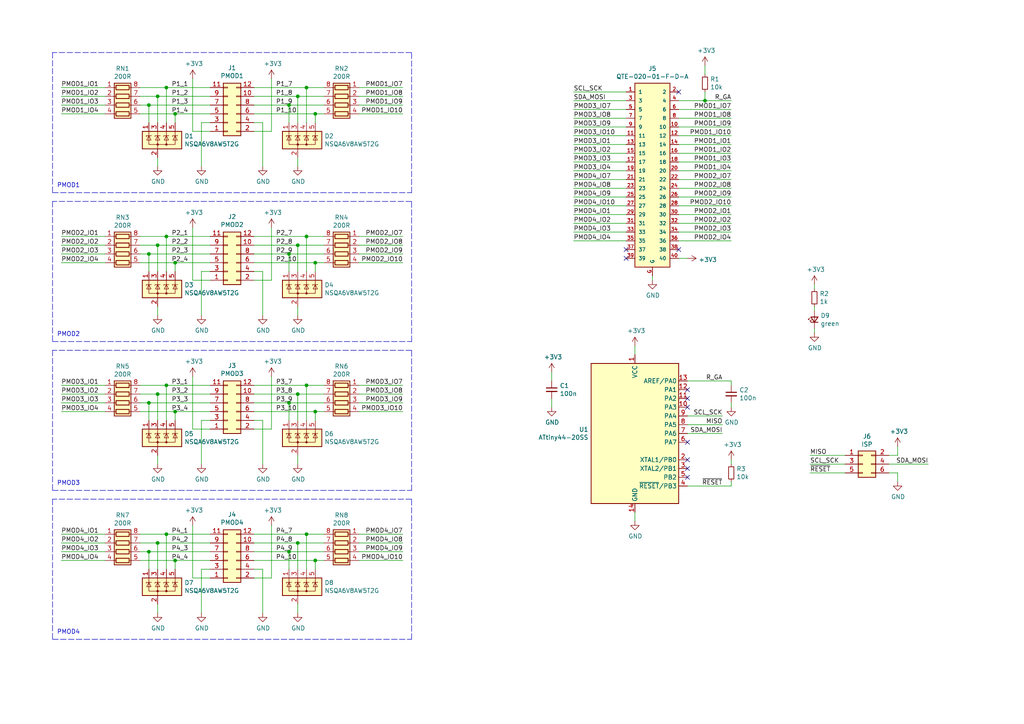
<source format=kicad_sch>
(kicad_sch (version 20211123) (generator eeschema)
  (paper "A4")
  (title_block (title "SYZYGY-PMOD4") (date "2021-01-17") (rev "1") (comment 1 "License: CC-BY-SA 4.0") (comment 2 "Author: Tobias Müller, twam.info"))
  (lib_symbols
    (symbol "Connector_Generic:Conn_02x03_Odd_Even" (pin_names (offset 1.016) hide)
      (property "Reference" "J" (at 1.27 5.08 0))
      (property "Value" "Conn_02x03_Odd_Even" (at 1.27 -5.08 0))
      (symbol "Conn_02x03_Odd_Even_1_1"
        (rectangle (start -1.27 -2.413) (end 0 -2.667) (stroke (width 0.1524)))
        (rectangle (start -1.27 0.127) (end 0 -0.127) (stroke (width 0.1524)))
        (rectangle (start -1.27 2.667) (end 0 2.413) (stroke (width 0.1524)))
        (rectangle (start -1.27 3.81) (end 3.81 -3.81) (stroke (width 0.254)) (fill (type background)))
        (rectangle (start 3.81 -2.413) (end 2.54 -2.667) (stroke (width 0.1524)))
        (rectangle (start 3.81 0.127) (end 2.54 -0.127) (stroke (width 0.1524)))
        (rectangle (start 3.81 2.667) (end 2.54 2.413) (stroke (width 0.1524)))
        (pin passive line (at -5.08 2.54 0) (length 3.81) (name "Pin_1") (number "1"))
        (pin passive line (at 7.62 2.54 180) (length 3.81) (name "Pin_2") (number "2"))
        (pin passive line (at -5.08 0 0) (length 3.81) (name "Pin_3") (number "3"))
        (pin passive line (at 7.62 0 180) (length 3.81) (name "Pin_4") (number "4"))
        (pin passive line (at -5.08 -2.54 0) (length 3.81) (name "Pin_5") (number "5"))
        (pin passive line (at 7.62 -2.54 180) (length 3.81) (name "Pin_6") (number "6"))
      )
    )
    (symbol "Connector_Generic:Conn_02x06_Odd_Even" (pin_names (offset 1.016) hide)
      (property "Reference" "J" (at 1.27 7.62 0))
      (property "Value" "Conn_02x06_Odd_Even" (at 1.27 -10.16 0))
      (symbol "Conn_02x06_Odd_Even_1_1"
        (rectangle (start -1.27 -7.493) (end 0 -7.747) (stroke (width 0.1524)))
        (rectangle (start -1.27 -4.953) (end 0 -5.207) (stroke (width 0.1524)))
        (rectangle (start -1.27 -2.413) (end 0 -2.667) (stroke (width 0.1524)))
        (rectangle (start -1.27 0.127) (end 0 -0.127) (stroke (width 0.1524)))
        (rectangle (start -1.27 2.667) (end 0 2.413) (stroke (width 0.1524)))
        (rectangle (start -1.27 5.207) (end 0 4.953) (stroke (width 0.1524)))
        (rectangle (start -1.27 6.35) (end 3.81 -8.89) (stroke (width 0.254)) (fill (type background)))
        (rectangle (start 3.81 -7.493) (end 2.54 -7.747) (stroke (width 0.1524)))
        (rectangle (start 3.81 -4.953) (end 2.54 -5.207) (stroke (width 0.1524)))
        (rectangle (start 3.81 -2.413) (end 2.54 -2.667) (stroke (width 0.1524)))
        (rectangle (start 3.81 0.127) (end 2.54 -0.127) (stroke (width 0.1524)))
        (rectangle (start 3.81 2.667) (end 2.54 2.413) (stroke (width 0.1524)))
        (rectangle (start 3.81 5.207) (end 2.54 4.953) (stroke (width 0.1524)))
        (pin passive line (at -5.08 5.08 0) (length 3.81) (name "Pin_1") (number "1"))
        (pin passive line (at 7.62 -5.08 180) (length 3.81) (name "Pin_10") (number "10"))
        (pin passive line (at -5.08 -7.62 0) (length 3.81) (name "Pin_11") (number "11"))
        (pin passive line (at 7.62 -7.62 180) (length 3.81) (name "Pin_12") (number "12"))
        (pin passive line (at 7.62 5.08 180) (length 3.81) (name "Pin_2") (number "2"))
        (pin passive line (at -5.08 2.54 0) (length 3.81) (name "Pin_3") (number "3"))
        (pin passive line (at 7.62 2.54 180) (length 3.81) (name "Pin_4") (number "4"))
        (pin passive line (at -5.08 0 0) (length 3.81) (name "Pin_5") (number "5"))
        (pin passive line (at 7.62 0 180) (length 3.81) (name "Pin_6") (number "6"))
        (pin passive line (at -5.08 -2.54 0) (length 3.81) (name "Pin_7") (number "7"))
        (pin passive line (at 7.62 -2.54 180) (length 3.81) (name "Pin_8") (number "8"))
        (pin passive line (at -5.08 -5.08 0) (length 3.81) (name "Pin_9") (number "9"))
      )
    )
    (symbol "Device:C_Small" (pin_numbers hide) (pin_names (offset 0.254) hide)
      (property "Reference" "C" (at 0.254 1.778 0))
      (property "Value" "C_Small" (at 0.254 -2.032 0))
      (symbol "C_Small_0_1"
        (polyline (pts (xy -1.524 -0.508) (xy 1.524 -0.508)) (stroke (width 0.3302)))
        (polyline (pts (xy -1.524 0.508) (xy 1.524 0.508)) (stroke (width 0.3048)))
      )
      (symbol "C_Small_1_1"
        (pin passive line (at 0 2.54 270) (length 2.032) (name "~") (number "1"))
        (pin passive line (at 0 -2.54 90) (length 2.032) (name "~") (number "2"))
      )
    )
    (symbol "Device:LED_Small" (pin_numbers hide) (pin_names (offset 0.254) hide)
      (property "Reference" "D" (at -1.27 3.175 0))
      (property "Value" "LED_Small" (at -4.445 -2.54 0))
      (symbol "LED_Small_0_1"
        (polyline (pts (xy -0.762 -1.016) (xy -0.762 1.016)) (stroke (width 0.254)))
        (polyline (pts (xy 1.016 0) (xy -0.762 0)))
        (polyline (pts (xy 0.762 -1.016) (xy -0.762 0) (xy 0.762 1.016) (xy 0.762 -1.016)) (stroke (width 0.254)))
        (polyline (pts (xy 0 0.762) (xy -0.508 1.27) (xy -0.254 1.27) (xy -0.508 1.27) (xy -0.508 1.016)))
        (polyline (pts (xy 0.508 1.27) (xy 0 1.778) (xy 0.254 1.778) (xy 0 1.778) (xy 0 1.524)))
      )
      (symbol "LED_Small_1_1"
        (pin passive line (at -2.54 0 0) (length 1.778) (name "K") (number "1"))
        (pin passive line (at 2.54 0 180) (length 1.778) (name "A") (number "2"))
      )
    )
    (symbol "Device:R_Pack04" (pin_names (offset 0) hide)
      (property "Reference" "RN" (at -7.62 0 90))
      (property "Value" "R_Pack04" (at 5.08 0 90))
      (symbol "R_Pack04_0_1"
        (rectangle (start -6.35 -2.413) (end 3.81 2.413) (stroke (width 0.254)) (fill (type background)))
        (rectangle (start -5.715 1.905) (end -4.445 -1.905) (stroke (width 0.254)))
        (rectangle (start -3.175 1.905) (end -1.905 -1.905) (stroke (width 0.254)))
        (rectangle (start -0.635 1.905) (end 0.635 -1.905) (stroke (width 0.254)))
        (polyline (pts (xy -5.08 -2.54) (xy -5.08 -1.905)))
        (polyline (pts (xy -5.08 1.905) (xy -5.08 2.54)))
        (polyline (pts (xy -2.54 -2.54) (xy -2.54 -1.905)))
        (polyline (pts (xy -2.54 1.905) (xy -2.54 2.54)))
        (polyline (pts (xy 0 -2.54) (xy 0 -1.905)))
        (polyline (pts (xy 0 1.905) (xy 0 2.54)))
        (polyline (pts (xy 2.54 -2.54) (xy 2.54 -1.905)))
        (polyline (pts (xy 2.54 1.905) (xy 2.54 2.54)))
        (rectangle (start 1.905 1.905) (end 3.175 -1.905) (stroke (width 0.254)))
      )
      (symbol "R_Pack04_1_1"
        (pin passive line (at -5.08 -5.08 90) (length 2.54) (name "R1.1") (number "1"))
        (pin passive line (at -2.54 -5.08 90) (length 2.54) (name "R2.1") (number "2"))
        (pin passive line (at 0 -5.08 90) (length 2.54) (name "R3.1") (number "3"))
        (pin passive line (at 2.54 -5.08 90) (length 2.54) (name "R4.1") (number "4"))
        (pin passive line (at 2.54 5.08 270) (length 2.54) (name "R4.2") (number "5"))
        (pin passive line (at 0 5.08 270) (length 2.54) (name "R3.2") (number "6"))
        (pin passive line (at -2.54 5.08 270) (length 2.54) (name "R2.2") (number "7"))
        (pin passive line (at -5.08 5.08 270) (length 2.54) (name "R1.2") (number "8"))
      )
    )
    (symbol "Device:R_Small" (pin_numbers hide) (pin_names (offset 0.254) hide)
      (property "Reference" "R" (at 0.762 0.508 0))
      (property "Value" "R_Small" (at 0.762 -1.016 0))
      (symbol "R_Small_0_1"
        (rectangle (start -0.762 1.778) (end 0.762 -1.778) (stroke (width 0.2032)))
      )
      (symbol "R_Small_1_1"
        (pin passive line (at 0 2.54 270) (length 0.762) (name "~") (number "1"))
        (pin passive line (at 0 -2.54 90) (length 0.762) (name "~") (number "2"))
      )
    )
    (symbol "MCU_Microchip_ATtiny:ATtiny44-20SS"
      (property "Reference" "U" (at -12.7 21.59 0))
      (property "Value" "ATtiny44-20SS" (at 2.54 -21.59 0))
      (symbol "ATtiny44-20SS_0_1"
        (rectangle (start -12.7 -20.32) (end 12.7 20.32) (stroke (width 0.254)) (fill (type background)))
      )
      (symbol "ATtiny44-20SS_1_1"
        (pin power_in line (at 0 22.86 270) (length 2.54) (name "VCC") (number "1"))
        (pin bidirectional line (at 15.24 7.62 180) (length 2.54) (name "PA3") (number "10"))
        (pin bidirectional line (at 15.24 10.16 180) (length 2.54) (name "PA2") (number "11"))
        (pin bidirectional line (at 15.24 12.7 180) (length 2.54) (name "PA1") (number "12"))
        (pin bidirectional line (at 15.24 15.24 180) (length 2.54) (name "AREF/PA0") (number "13"))
        (pin power_in line (at 0 -22.86 90) (length 2.54) (name "GND") (number "14"))
        (pin bidirectional line (at 15.24 -7.62 180) (length 2.54) (name "XTAL1/PB0") (number "2"))
        (pin bidirectional line (at 15.24 -10.16 180) (length 2.54) (name "XTAL2/PB1") (number "3"))
        (pin bidirectional line (at 15.24 -15.24 180) (length 2.54) (name "~{RESET}/PB3") (number "4"))
        (pin bidirectional line (at 15.24 -12.7 180) (length 2.54) (name "PB2") (number "5"))
        (pin bidirectional line (at 15.24 -2.54 180) (length 2.54) (name "PA7") (number "6"))
        (pin bidirectional line (at 15.24 0 180) (length 2.54) (name "PA6") (number "7"))
        (pin bidirectional line (at 15.24 2.54 180) (length 2.54) (name "PA5") (number "8"))
        (pin bidirectional line (at 15.24 5.08 180) (length 2.54) (name "PA4") (number "9"))
      )
    )
    (symbol "Power_Protection:SP0504BAHT" (pin_names hide)
      (property "Reference" "D" (at 7.62 2.54 0))
      (property "Value" "SP0504BAHT" (at 7.62 0.635 0))
      (symbol "SP0504BAHT_0_0"
        (pin passive line (at 0 -5.08 90) (length 2.54) (name "A") (number "2"))
      )
      (symbol "SP0504BAHT_0_1"
        (rectangle (start -4.445 2.54) (end 6.985 -2.54) (stroke (width 0.254)) (fill (type background)))
        (circle (center 0 -1.27) (radius 0.254) (fill (type outline)))
        (polyline (pts (xy -2.54 2.54) (xy -2.54 1.27)))
        (polyline (pts (xy 0 -1.27) (xy 0 -2.54)))
        (polyline (pts (xy 0 -1.27) (xy 0 1.27)))
        (polyline (pts (xy 0 2.54) (xy 0 1.27)))
        (polyline (pts (xy 2.54 2.54) (xy 2.54 1.27)))
        (polyline (pts (xy 5.08 2.54) (xy 5.08 1.27)))
        (polyline (pts (xy -3.302 1.016) (xy -3.302 1.27) (xy -1.778 1.27)))
        (polyline (pts (xy 0.762 1.27) (xy -0.762 1.27) (xy -0.762 1.016)))
        (polyline (pts (xy 5.08 1.27) (xy 5.08 -1.27) (xy 2.54 -1.27)))
        (polyline (pts (xy -2.54 1.27) (xy -2.54 -1.27) (xy 2.54 -1.27) (xy 2.54 1.27)))
        (polyline (pts (xy -2.54 1.27) (xy -1.905 0) (xy -3.175 0) (xy -2.54 1.27)))
        (polyline (pts (xy 0.635 0) (xy -0.635 0) (xy 0 1.27) (xy 0.635 0)))
        (polyline (pts (xy 1.778 1.016) (xy 1.778 1.27) (xy 3.175 1.27) (xy 3.302 1.27)))
        (polyline (pts (xy 2.54 1.27) (xy 1.905 0) (xy 3.175 0) (xy 2.54 1.27)))
        (polyline (pts (xy 4.318 1.016) (xy 4.318 1.27) (xy 5.715 1.27) (xy 5.842 1.27)))
        (polyline (pts (xy 5.08 1.27) (xy 4.445 0) (xy 5.715 0) (xy 5.08 1.27)))
        (circle (center 2.54 -1.27) (radius 0.254) (fill (type outline)))
      )
      (symbol "SP0504BAHT_1_1"
        (pin passive line (at -2.54 5.08 270) (length 2.54) (name "K") (number "1"))
        (pin passive line (at 0 5.08 270) (length 2.54) (name "K") (number "3"))
        (pin passive line (at 2.54 5.08 270) (length 2.54) (name "K") (number "4"))
        (pin passive line (at 5.08 5.08 270) (length 2.54) (name "K") (number "5"))
      )
    )
    (symbol "power:+3V3" (power) (pin_names (offset 0))
      (property "Value" "+3V3" (at 0 3.556 0))
      (symbol "+3V3_0_1"
        (polyline (pts (xy -0.762 1.27) (xy 0 2.54)))
        (polyline (pts (xy 0 0) (xy 0 2.54)))
        (polyline (pts (xy 0 2.54) (xy 0.762 1.27)))
      )
      (symbol "+3V3_1_1"
        (pin power_in line (at 0 0 90) (length 0) hide (name "+3V3") (number "1"))
      )
    )
    (symbol "power:GND" (power) (pin_names (offset 0))
      (property "Value" "GND" (at 0 -3.81 0))
      (symbol "GND_0_1"
        (polyline (pts (xy 0 0) (xy 0 -1.27) (xy 1.27 -1.27) (xy 0 -2.54) (xy -1.27 -1.27) (xy 0 -1.27)))
      )
      (symbol "GND_1_1"
        (pin power_in line (at 0 0 270) (length 0) hide (name "GND") (number "1"))
      )
    )
    (symbol "twam-Misc:QTE-020-01-F-D-A" (pin_names (offset 1.016))
      (property "Reference" "J" (at -5.08 27.432 0))
      (property "Value" "twam-Misc_QTE-020-01-F-D-A" (at 2.54 -30.48 0))
      (symbol "QTE-020-01-F-D-A_0_0"
        (pin unspecified line (at -7.62 24.13 0) (length 2.54) (name "1") (number "1"))
        (pin unspecified line (at 7.62 13.97 180) (length 2.54) (name "10") (number "10"))
        (pin unspecified line (at -7.62 11.43 0) (length 2.54) (name "11") (number "11"))
        (pin unspecified line (at 7.62 11.43 180) (length 2.54) (name "12") (number "12"))
        (pin unspecified line (at -7.62 8.89 0) (length 2.54) (name "13") (number "13"))
        (pin unspecified line (at 7.62 8.89 180) (length 2.54) (name "14") (number "14"))
        (pin unspecified line (at -7.62 6.35 0) (length 2.54) (name "15") (number "15"))
        (pin unspecified line (at 7.62 6.35 180) (length 2.54) (name "16") (number "16"))
        (pin unspecified line (at -7.62 3.81 0) (length 2.54) (name "17") (number "17"))
        (pin unspecified line (at 7.62 3.81 180) (length 2.54) (name "18") (number "18"))
        (pin unspecified line (at -7.62 1.27 0) (length 2.54) (name "19") (number "19"))
        (pin unspecified line (at 7.62 24.13 180) (length 2.54) (name "2") (number "2"))
        (pin unspecified line (at 7.62 1.27 180) (length 2.54) (name "20") (number "20"))
        (pin unspecified line (at -7.62 -1.27 0) (length 2.54) (name "21") (number "21"))
        (pin unspecified line (at 7.62 -1.27 180) (length 2.54) (name "22") (number "22"))
        (pin unspecified line (at -7.62 -3.81 0) (length 2.54) (name "23") (number "23"))
        (pin unspecified line (at 7.62 -3.81 180) (length 2.54) (name "24") (number "24"))
        (pin unspecified line (at -7.62 -6.35 0) (length 2.54) (name "25") (number "25"))
        (pin unspecified line (at 7.62 -6.35 180) (length 2.54) (name "26") (number "26"))
        (pin unspecified line (at -7.62 -8.89 0) (length 2.54) (name "27") (number "27"))
        (pin unspecified line (at 7.62 -8.89 180) (length 2.54) (name "28") (number "28"))
        (pin unspecified line (at -7.62 -11.43 0) (length 2.54) (name "29") (number "29"))
        (pin unspecified line (at -7.62 21.59 0) (length 2.54) (name "3") (number "3"))
        (pin unspecified line (at 7.62 -11.43 180) (length 2.54) (name "30") (number "30"))
        (pin unspecified line (at -7.62 -13.97 0) (length 2.54) (name "31") (number "31"))
        (pin unspecified line (at 7.62 -13.97 180) (length 2.54) (name "32") (number "32"))
        (pin unspecified line (at -7.62 -16.51 0) (length 2.54) (name "33") (number "33"))
        (pin unspecified line (at 7.62 -16.51 180) (length 2.54) (name "34") (number "34"))
        (pin unspecified line (at -7.62 -19.05 0) (length 2.54) (name "35") (number "35"))
        (pin unspecified line (at 7.62 -19.05 180) (length 2.54) (name "36") (number "36"))
        (pin unspecified line (at -7.62 -21.59 0) (length 2.54) (name "37") (number "37"))
        (pin unspecified line (at 7.62 -21.59 180) (length 2.54) (name "38") (number "38"))
        (pin unspecified line (at -7.62 -24.13 0) (length 2.54) (name "39") (number "39"))
        (pin unspecified line (at 7.62 21.59 180) (length 2.54) (name "4") (number "4"))
        (pin unspecified line (at 7.62 -24.13 180) (length 2.54) (name "40") (number "40"))
        (pin unspecified line (at -7.62 19.05 0) (length 2.54) (name "5") (number "5"))
        (pin unspecified line (at 7.62 19.05 180) (length 2.54) (name "6") (number "6"))
        (pin unspecified line (at -7.62 16.51 0) (length 2.54) (name "7") (number "7"))
        (pin unspecified line (at 7.62 16.51 180) (length 2.54) (name "8") (number "8"))
        (pin unspecified line (at -7.62 13.97 0) (length 2.54) (name "9") (number "9"))
        (pin unspecified line (at 0 -29.21 90) (length 2.54) (name "G") (number "G"))
      )
      (symbol "QTE-020-01-F-D-A_0_1"
        (rectangle (start -5.08 26.67) (end 5.08 -26.67) (stroke (width 0.254)) (fill (type background)))
      )
    )
  )
  (junction (at 43.18 160.02))
  (junction (at 204.47 29.21))
  (junction (at 45.72 71.12))
  (junction (at 50.8 162.56))
  (junction (at 48.26 25.4))
  (junction (at 86.36 71.12))
  (junction (at 83.82 160.02))
  (junction (at 88.9 25.4))
  (junction (at 88.9 154.94))
  (junction (at 86.36 114.3))
  (junction (at 50.8 33.02))
  (junction (at 86.36 157.48))
  (junction (at 48.26 154.94))
  (junction (at 91.44 119.38))
  (junction (at 45.72 157.48))
  (junction (at 83.82 30.48))
  (junction (at 50.8 76.2))
  (junction (at 91.44 162.56))
  (junction (at 48.26 111.76))
  (junction (at 83.82 116.84))
  (junction (at 91.44 33.02))
  (junction (at 91.44 76.2))
  (junction (at 45.72 27.94))
  (junction (at 88.9 111.76))
  (junction (at 48.26 68.58))
  (junction (at 88.9 68.58))
  (junction (at 45.72 114.3))
  (junction (at 43.18 30.48))
  (junction (at 86.36 27.94))
  (junction (at 43.18 116.84))
  (junction (at 50.8 119.38))
  (junction (at 43.18 73.66))
  (junction (at 83.82 73.66))
  (no_connect (at 181.61 74.93))
  (no_connect (at 199.39 138.43))
  (no_connect (at 199.39 135.89))
  (no_connect (at 199.39 113.03))
  (no_connect (at 199.39 115.57))
  (no_connect (at 181.61 72.39))
  (no_connect (at 196.85 72.39))
  (no_connect (at 199.39 118.11))
  (no_connect (at 199.39 133.35))
  (no_connect (at 199.39 128.27))
  (no_connect (at 196.85 26.67))
  (wire (pts (xy 86.36 134.62) (xy 86.36 132.08)))
  (wire (pts (xy 88.9 111.76) (xy 93.98 111.76)))
  (wire (pts (xy 212.09 39.37) (xy 196.85 39.37)))
  (wire (pts (xy 40.64 116.84) (xy 43.18 116.84)))
  (wire (pts (xy 212.09 62.23) (xy 196.85 62.23)))
  (wire (pts (xy 50.8 119.38) (xy 60.96 119.38)))
  (wire (pts (xy 86.36 48.26) (xy 86.36 45.72)))
  (wire (pts (xy 88.9 25.4) (xy 93.98 25.4)))
  (wire (pts (xy 204.47 26.67) (xy 204.47 29.21)))
  (wire (pts (xy 40.64 119.38) (xy 50.8 119.38)))
  (wire (pts (xy 17.78 71.12) (xy 30.48 71.12)))
  (wire (pts (xy 76.2 121.92) (xy 76.2 134.62)))
  (wire (pts (xy 45.72 71.12) (xy 60.96 71.12)))
  (wire (pts (xy 166.37 34.29) (xy 181.61 34.29)))
  (polyline (pts (xy 15.24 99.06) (xy 119.38 99.06)))
  (wire (pts (xy 73.66 68.58) (xy 88.9 68.58)))
  (wire (pts (xy 60.96 165.1) (xy 58.42 165.1)))
  (wire (pts (xy 257.81 132.08) (xy 260.35 132.08)))
  (wire (pts (xy 91.44 76.2) (xy 93.98 76.2)))
  (wire (pts (xy 181.61 41.91) (xy 166.37 41.91)))
  (wire (pts (xy 73.66 157.48) (xy 86.36 157.48)))
  (wire (pts (xy 45.72 78.74) (xy 45.72 71.12)))
  (wire (pts (xy 73.66 38.1) (xy 78.74 38.1)))
  (wire (pts (xy 196.85 46.99) (xy 212.09 46.99)))
  (polyline (pts (xy 119.38 15.24) (xy 15.24 15.24)))
  (wire (pts (xy 116.84 68.58) (xy 104.14 68.58)))
  (wire (pts (xy 212.09 140.97) (xy 212.09 139.7)))
  (polyline (pts (xy 15.24 58.42) (xy 15.24 99.06)))
  (wire (pts (xy 78.74 38.1) (xy 78.74 22.86)))
  (wire (pts (xy 88.9 68.58) (xy 93.98 68.58)))
  (wire (pts (xy 60.96 121.92) (xy 58.42 121.92)))
  (wire (pts (xy 184.15 151.13) (xy 184.15 148.59)))
  (wire (pts (xy 50.8 76.2) (xy 60.96 76.2)))
  (wire (pts (xy 60.96 81.28) (xy 55.88 81.28)))
  (wire (pts (xy 91.44 162.56) (xy 93.98 162.56)))
  (wire (pts (xy 160.02 118.11) (xy 160.02 115.57)))
  (wire (pts (xy 83.82 165.1) (xy 83.82 160.02)))
  (wire (pts (xy 73.66 78.74) (xy 76.2 78.74)))
  (wire (pts (xy 73.66 76.2) (xy 91.44 76.2)))
  (wire (pts (xy 43.18 35.56) (xy 43.18 30.48)))
  (wire (pts (xy 234.95 134.62) (xy 245.11 134.62)))
  (wire (pts (xy 17.78 25.4) (xy 30.48 25.4)))
  (wire (pts (xy 204.47 29.21) (xy 196.85 29.21)))
  (wire (pts (xy 45.72 27.94) (xy 60.96 27.94)))
  (polyline (pts (xy 119.38 55.88) (xy 119.38 15.24)))
  (wire (pts (xy 83.82 78.74) (xy 83.82 73.66)))
  (polyline (pts (xy 15.24 15.24) (xy 15.24 55.88)))
  (polyline (pts (xy 119.38 99.06) (xy 119.38 58.42)))
  (wire (pts (xy 104.14 160.02) (xy 116.84 160.02)))
  (wire (pts (xy 73.66 27.94) (xy 86.36 27.94)))
  (wire (pts (xy 181.61 36.83) (xy 166.37 36.83)))
  (wire (pts (xy 116.84 111.76) (xy 104.14 111.76)))
  (wire (pts (xy 50.8 33.02) (xy 60.96 33.02)))
  (wire (pts (xy 86.36 78.74) (xy 86.36 71.12)))
  (wire (pts (xy 86.36 177.8) (xy 86.36 175.26)))
  (wire (pts (xy 43.18 73.66) (xy 60.96 73.66)))
  (wire (pts (xy 88.9 165.1) (xy 88.9 154.94)))
  (wire (pts (xy 48.26 78.74) (xy 48.26 68.58)))
  (wire (pts (xy 257.81 137.16) (xy 260.35 137.16)))
  (wire (pts (xy 181.61 26.67) (xy 166.37 26.67)))
  (wire (pts (xy 73.66 165.1) (xy 76.2 165.1)))
  (wire (pts (xy 196.85 59.69) (xy 212.09 59.69)))
  (wire (pts (xy 40.64 30.48) (xy 43.18 30.48)))
  (wire (pts (xy 58.42 121.92) (xy 58.42 134.62)))
  (wire (pts (xy 40.64 33.02) (xy 50.8 33.02)))
  (wire (pts (xy 104.14 162.56) (xy 116.84 162.56)))
  (wire (pts (xy 199.39 125.73) (xy 209.55 125.73)))
  (wire (pts (xy 104.14 157.48) (xy 116.84 157.48)))
  (wire (pts (xy 196.85 41.91) (xy 212.09 41.91)))
  (wire (pts (xy 196.85 64.77) (xy 212.09 64.77)))
  (wire (pts (xy 76.2 78.74) (xy 76.2 91.44)))
  (wire (pts (xy 43.18 116.84) (xy 60.96 116.84)))
  (wire (pts (xy 55.88 81.28) (xy 55.88 66.04)))
  (wire (pts (xy 48.26 35.56) (xy 48.26 25.4)))
  (wire (pts (xy 43.18 165.1) (xy 43.18 160.02)))
  (wire (pts (xy 60.96 78.74) (xy 58.42 78.74)))
  (wire (pts (xy 73.66 154.94) (xy 88.9 154.94)))
  (wire (pts (xy 91.44 35.56) (xy 91.44 33.02)))
  (wire (pts (xy 60.96 35.56) (xy 58.42 35.56)))
  (wire (pts (xy 86.36 35.56) (xy 86.36 27.94)))
  (wire (pts (xy 17.78 157.48) (xy 30.48 157.48)))
  (wire (pts (xy 86.36 157.48) (xy 93.98 157.48)))
  (wire (pts (xy 17.78 68.58) (xy 30.48 68.58)))
  (wire (pts (xy 45.72 157.48) (xy 60.96 157.48)))
  (wire (pts (xy 196.85 54.61) (xy 212.09 54.61)))
  (wire (pts (xy 17.78 119.38) (xy 30.48 119.38)))
  (wire (pts (xy 83.82 73.66) (xy 93.98 73.66)))
  (wire (pts (xy 40.64 76.2) (xy 50.8 76.2)))
  (wire (pts (xy 73.66 119.38) (xy 91.44 119.38)))
  (wire (pts (xy 260.35 137.16) (xy 260.35 139.7)))
  (wire (pts (xy 234.95 132.08) (xy 245.11 132.08)))
  (wire (pts (xy 199.39 110.49) (xy 212.09 110.49)))
  (wire (pts (xy 166.37 54.61) (xy 181.61 54.61)))
  (wire (pts (xy 104.14 116.84) (xy 116.84 116.84)))
  (wire (pts (xy 55.88 124.46) (xy 55.88 109.22)))
  (wire (pts (xy 73.66 73.66) (xy 83.82 73.66)))
  (wire (pts (xy 73.66 35.56) (xy 76.2 35.56)))
  (wire (pts (xy 48.26 111.76) (xy 60.96 111.76)))
  (wire (pts (xy 166.37 64.77) (xy 181.61 64.77)))
  (wire (pts (xy 60.96 38.1) (xy 55.88 38.1)))
  (wire (pts (xy 50.8 162.56) (xy 60.96 162.56)))
  (wire (pts (xy 166.37 69.85) (xy 181.61 69.85)))
  (wire (pts (xy 17.78 111.76) (xy 30.48 111.76)))
  (wire (pts (xy 40.64 111.76) (xy 48.26 111.76)))
  (wire (pts (xy 43.18 78.74) (xy 43.18 73.66)))
  (wire (pts (xy 78.74 124.46) (xy 78.74 109.22)))
  (wire (pts (xy 212.09 67.31) (xy 196.85 67.31)))
  (wire (pts (xy 91.44 121.92) (xy 91.44 119.38)))
  (wire (pts (xy 73.66 160.02) (xy 83.82 160.02)))
  (wire (pts (xy 234.95 137.16) (xy 245.11 137.16)))
  (wire (pts (xy 236.22 82.55) (xy 236.22 83.82)))
  (wire (pts (xy 40.64 114.3) (xy 45.72 114.3)))
  (wire (pts (xy 104.14 73.66) (xy 116.84 73.66)))
  (wire (pts (xy 45.72 114.3) (xy 60.96 114.3)))
  (wire (pts (xy 212.09 34.29) (xy 196.85 34.29)))
  (wire (pts (xy 73.66 111.76) (xy 88.9 111.76)))
  (wire (pts (xy 88.9 121.92) (xy 88.9 111.76)))
  (wire (pts (xy 181.61 46.99) (xy 166.37 46.99)))
  (polyline (pts (xy 15.24 144.78) (xy 15.24 185.42)))
  (wire (pts (xy 91.44 162.56) (xy 91.44 165.1)))
  (wire (pts (xy 166.37 29.21) (xy 181.61 29.21)))
  (wire (pts (xy 212.09 49.53) (xy 196.85 49.53)))
  (wire (pts (xy 40.64 25.4) (xy 48.26 25.4)))
  (wire (pts (xy 40.64 162.56) (xy 50.8 162.56)))
  (wire (pts (xy 73.66 162.56) (xy 91.44 162.56)))
  (wire (pts (xy 50.8 165.1) (xy 50.8 162.56)))
  (polyline (pts (xy 15.24 55.88) (xy 119.38 55.88)))
  (polyline (pts (xy 119.38 58.42) (xy 15.24 58.42)))
  (wire (pts (xy 199.39 123.19) (xy 209.55 123.19)))
  (polyline (pts (xy 15.24 185.42) (xy 119.38 185.42)))
  (wire (pts (xy 43.18 121.92) (xy 43.18 116.84)))
  (wire (pts (xy 181.61 62.23) (xy 166.37 62.23)))
  (wire (pts (xy 17.78 162.56) (xy 30.48 162.56)))
  (wire (pts (xy 212.09 110.49) (xy 212.09 111.76)))
  (polyline (pts (xy 119.38 185.42) (xy 119.38 144.78)))
  (wire (pts (xy 236.22 96.52) (xy 236.22 95.25)))
  (wire (pts (xy 91.44 33.02) (xy 93.98 33.02)))
  (wire (pts (xy 73.66 30.48) (xy 83.82 30.48)))
  (wire (pts (xy 86.36 165.1) (xy 86.36 157.48)))
  (wire (pts (xy 73.66 167.64) (xy 78.74 167.64)))
  (wire (pts (xy 184.15 100.33) (xy 184.15 102.87)))
  (wire (pts (xy 40.64 71.12) (xy 45.72 71.12)))
  (wire (pts (xy 58.42 165.1) (xy 58.42 177.8)))
  (wire (pts (xy 17.78 73.66) (xy 30.48 73.66)))
  (wire (pts (xy 45.72 134.62) (xy 45.72 132.08)))
  (wire (pts (xy 212.09 116.84) (xy 212.09 118.11)))
  (polyline (pts (xy 119.38 101.6) (xy 15.24 101.6)))
  (wire (pts (xy 50.8 121.92) (xy 50.8 119.38)))
  (wire (pts (xy 17.78 154.94) (xy 30.48 154.94)))
  (wire (pts (xy 189.23 81.28) (xy 189.23 80.01)))
  (wire (pts (xy 166.37 59.69) (xy 181.61 59.69)))
  (wire (pts (xy 204.47 19.05) (xy 204.47 21.59)))
  (wire (pts (xy 78.74 167.64) (xy 78.74 152.4)))
  (wire (pts (xy 166.37 39.37) (xy 181.61 39.37)))
  (wire (pts (xy 73.66 81.28) (xy 78.74 81.28)))
  (wire (pts (xy 86.36 91.44) (xy 86.36 88.9)))
  (wire (pts (xy 48.26 154.94) (xy 60.96 154.94)))
  (wire (pts (xy 199.39 140.97) (xy 212.09 140.97)))
  (wire (pts (xy 88.9 78.74) (xy 88.9 68.58)))
  (wire (pts (xy 212.09 44.45) (xy 196.85 44.45)))
  (wire (pts (xy 212.09 29.21) (xy 204.47 29.21)))
  (wire (pts (xy 212.09 31.75) (xy 196.85 31.75)))
  (wire (pts (xy 212.09 133.35) (xy 212.09 134.62)))
  (polyline (pts (xy 15.24 142.24) (xy 119.38 142.24)))
  (wire (pts (xy 60.96 167.64) (xy 55.88 167.64)))
  (wire (pts (xy 83.82 30.48) (xy 93.98 30.48)))
  (wire (pts (xy 60.96 124.46) (xy 55.88 124.46)))
  (polyline (pts (xy 15.24 101.6) (xy 15.24 142.24)))
  (wire (pts (xy 45.72 91.44) (xy 45.72 88.9)))
  (wire (pts (xy 40.64 157.48) (xy 45.72 157.48)))
  (wire (pts (xy 181.61 57.15) (xy 166.37 57.15)))
  (wire (pts (xy 88.9 154.94) (xy 93.98 154.94)))
  (wire (pts (xy 58.42 35.56) (xy 58.42 48.26)))
  (wire (pts (xy 73.66 71.12) (xy 86.36 71.12)))
  (wire (pts (xy 104.14 33.02) (xy 116.84 33.02)))
  (wire (pts (xy 209.55 120.65) (xy 199.39 120.65)))
  (wire (pts (xy 83.82 160.02) (xy 93.98 160.02)))
  (wire (pts (xy 50.8 35.56) (xy 50.8 33.02)))
  (wire (pts (xy 104.14 30.48) (xy 116.84 30.48)))
  (wire (pts (xy 17.78 114.3) (xy 30.48 114.3)))
  (wire (pts (xy 181.61 52.07) (xy 166.37 52.07)))
  (wire (pts (xy 196.85 52.07) (xy 212.09 52.07)))
  (wire (pts (xy 86.36 27.94) (xy 93.98 27.94)))
  (wire (pts (xy 17.78 160.02) (xy 30.48 160.02)))
  (wire (pts (xy 55.88 167.64) (xy 55.88 152.4)))
  (wire (pts (xy 17.78 33.02) (xy 30.48 33.02)))
  (wire (pts (xy 196.85 36.83) (xy 212.09 36.83)))
  (wire (pts (xy 73.66 124.46) (xy 78.74 124.46)))
  (wire (pts (xy 76.2 35.56) (xy 76.2 48.26)))
  (wire (pts (xy 58.42 78.74) (xy 58.42 91.44)))
  (wire (pts (xy 43.18 160.02) (xy 60.96 160.02)))
  (wire (pts (xy 76.2 165.1) (xy 76.2 177.8)))
  (wire (pts (xy 86.36 114.3) (xy 93.98 114.3)))
  (wire (pts (xy 73.66 114.3) (xy 86.36 114.3)))
  (wire (pts (xy 269.24 134.62) (xy 257.81 134.62)))
  (wire (pts (xy 17.78 27.94) (xy 30.48 27.94)))
  (wire (pts (xy 40.64 154.94) (xy 48.26 154.94)))
  (wire (pts (xy 116.84 25.4) (xy 104.14 25.4)))
  (wire (pts (xy 73.66 121.92) (xy 76.2 121.92)))
  (wire (pts (xy 88.9 35.56) (xy 88.9 25.4)))
  (wire (pts (xy 181.61 67.31) (xy 166.37 67.31)))
  (wire (pts (xy 45.72 35.56) (xy 45.72 27.94)))
  (wire (pts (xy 17.78 30.48) (xy 30.48 30.48)))
  (wire (pts (xy 83.82 35.56) (xy 83.82 30.48)))
  (wire (pts (xy 45.72 48.26) (xy 45.72 45.72)))
  (wire (pts (xy 181.61 31.75) (xy 166.37 31.75)))
  (wire (pts (xy 104.14 119.38) (xy 116.84 119.38)))
  (wire (pts (xy 116.84 154.94) (xy 104.14 154.94)))
  (wire (pts (xy 91.44 78.74) (xy 91.44 76.2)))
  (wire (pts (xy 91.44 119.38) (xy 93.98 119.38)))
  (wire (pts (xy 196.85 69.85) (xy 212.09 69.85)))
  (wire (pts (xy 166.37 49.53) (xy 181.61 49.53)))
  (polyline (pts (xy 119.38 144.78) (xy 15.24 144.78)))
  (wire (pts (xy 48.26 25.4) (xy 60.96 25.4)))
  (wire (pts (xy 40.64 27.94) (xy 45.72 27.94)))
  (wire (pts (xy 45.72 121.92) (xy 45.72 114.3)))
  (wire (pts (xy 78.74 81.28) (xy 78.74 66.04)))
  (wire (pts (xy 55.88 38.1) (xy 55.88 22.86)))
  (wire (pts (xy 17.78 76.2) (xy 30.48 76.2)))
  (wire (pts (xy 45.72 177.8) (xy 45.72 175.26)))
  (wire (pts (xy 104.14 71.12) (xy 116.84 71.12)))
  (wire (pts (xy 104.14 114.3) (xy 116.84 114.3)))
  (wire (pts (xy 104.14 76.2) (xy 116.84 76.2)))
  (wire (pts (xy 73.66 116.84) (xy 83.82 116.84)))
  (wire (pts (xy 40.64 68.58) (xy 48.26 68.58)))
  (polyline (pts (xy 119.38 142.24) (xy 119.38 101.6)))
  (wire (pts (xy 199.39 74.93) (xy 196.85 74.93)))
  (wire (pts (xy 86.36 121.92) (xy 86.36 114.3)))
  (wire (pts (xy 104.14 27.94) (xy 116.84 27.94)))
  (wire (pts (xy 212.09 57.15) (xy 196.85 57.15)))
  (wire (pts (xy 73.66 25.4) (xy 88.9 25.4)))
  (wire (pts (xy 160.02 107.95) (xy 160.02 110.49)))
  (wire (pts (xy 83.82 116.84) (xy 93.98 116.84)))
  (wire (pts (xy 83.82 121.92) (xy 83.82 116.84)))
  (wire (pts (xy 260.35 132.08) (xy 260.35 129.54)))
  (wire (pts (xy 50.8 78.74) (xy 50.8 76.2)))
  (wire (pts (xy 48.26 121.92) (xy 48.26 111.76)))
  (wire (pts (xy 40.64 160.02) (xy 43.18 160.02)))
  (wire (pts (xy 48.26 68.58) (xy 60.96 68.58)))
  (wire (pts (xy 45.72 165.1) (xy 45.72 157.48)))
  (wire (pts (xy 43.18 30.48) (xy 60.96 30.48)))
  (wire (pts (xy 17.78 116.84) (xy 30.48 116.84)))
  (wire (pts (xy 48.26 165.1) (xy 48.26 154.94)))
  (wire (pts (xy 40.64 73.66) (xy 43.18 73.66)))
  (wire (pts (xy 86.36 71.12) (xy 93.98 71.12)))
  (wire (pts (xy 73.66 33.02) (xy 91.44 33.02)))
  (wire (pts (xy 236.22 88.9) (xy 236.22 90.17)))
  (wire (pts (xy 166.37 44.45) (xy 181.61 44.45)))
  (text "PMOD3" (at 16.51 140.97 0) (effects (font (size 1.27 1.27)) (justify left bottom)))
  (text "PMOD1" (at 16.51 54.61 0) (effects (font (size 1.27 1.27)) (justify left bottom)))
  (text "PMOD4" (at 16.51 184.15 0) (effects (font (size 1.27 1.27)) (justify left bottom)))
  (text "PMOD2" (at 16.51 97.79 0) (effects (font (size 1.27 1.27)) (justify left bottom)))
  (label "PMOD3_IO10" (at 166.37 39.37 0))
  (label "PMOD3_IO3" (at 166.37 46.99 0))
  (label "P1_10" (at 80.01 33.02 0))
  (label "P3_8" (at 80.01 114.3 0))
  (label "P2_7" (at 80.01 68.58 0))
  (label "PMOD2_IO9" (at 116.84 73.66 180))
  (label "MISO" (at 234.95 132.08 0))
  (label "PMOD3_IO1" (at 17.78 111.76 0))
  (label "P1_3" (at 54.61 30.48 180))
  (label "PMOD4_IO8" (at 166.37 54.61 0))
  (label "PMOD1_IO9" (at 212.09 36.83 180))
  (label "P2_4" (at 54.61 76.2 180))
  (label "PMOD4_IO4" (at 166.37 69.85 0))
  (label "PMOD3_IO4" (at 166.37 49.53 0))
  (label "PMOD4_IO8" (at 116.84 157.48 180))
  (label "R_GA" (at 212.09 29.21 180))
  (label "P2_1" (at 54.61 68.58 180))
  (label "PMOD1_IO7" (at 212.09 31.75 180))
  (label "PMOD4_IO3" (at 166.37 67.31 0))
  (label "PMOD1_IO3" (at 17.78 30.48 0))
  (label "P3_4" (at 54.61 119.38 180))
  (label "P4_8" (at 80.01 157.48 0))
  (label "PMOD3_IO7" (at 166.37 31.75 0))
  (label "PMOD1_IO7" (at 116.84 25.4 180))
  (label "PMOD2_IO10" (at 116.84 76.2 180))
  (label "PMOD1_IO8" (at 212.09 34.29 180))
  (label "PMOD2_IO4" (at 212.09 69.85 180))
  (label "PMOD1_IO8" (at 116.84 27.94 180))
  (label "PMOD2_IO10" (at 212.09 59.69 180))
  (label "PMOD3_IO8" (at 116.84 114.3 180))
  (label "P1_7" (at 80.01 25.4 0))
  (label "PMOD4_IO10" (at 166.37 59.69 0))
  (label "P4_10" (at 80.01 162.56 0))
  (label "PMOD4_IO4" (at 17.78 162.56 0))
  (label "P1_1" (at 54.61 25.4 180))
  (label "P4_1" (at 54.61 154.94 180))
  (label "SDA_MOSI" (at 209.55 125.73 180))
  (label "PMOD4_IO7" (at 116.84 154.94 180))
  (label "~{RESET}" (at 234.95 137.16 0))
  (label "MISO" (at 209.55 123.19 180))
  (label "PMOD3_IO1" (at 166.37 41.91 0))
  (label "PMOD2_IO1" (at 212.09 62.23 180))
  (label "R_GA" (at 209.55 110.49 180))
  (label "PMOD1_IO10" (at 212.09 39.37 180))
  (label "PMOD4_IO3" (at 17.78 160.02 0))
  (label "P3_10" (at 80.01 119.38 0))
  (label "PMOD1_IO1" (at 17.78 25.4 0))
  (label "PMOD2_IO3" (at 212.09 67.31 180))
  (label "~{RESET}" (at 209.55 140.97 180))
  (label "PMOD4_IO7" (at 166.37 52.07 0))
  (label "SDA_MOSI" (at 166.37 29.21 0))
  (label "P2_9" (at 80.01 73.66 0))
  (label "PMOD4_IO10" (at 116.84 162.56 180))
  (label "SCL_SCK" (at 234.95 134.62 0))
  (label "PMOD2_IO9" (at 212.09 57.15 180))
  (label "PMOD2_IO2" (at 212.09 64.77 180))
  (label "PMOD3_IO2" (at 166.37 44.45 0))
  (label "P4_7" (at 80.01 154.94 0))
  (label "P1_8" (at 80.01 27.94 0))
  (label "PMOD4_IO1" (at 17.78 154.94 0))
  (label "P3_1" (at 54.61 111.76 180))
  (label "P4_3" (at 54.61 160.02 180))
  (label "PMOD1_IO3" (at 212.09 46.99 180))
  (label "PMOD4_IO9" (at 166.37 57.15 0))
  (label "P2_8" (at 80.01 71.12 0))
  (label "P2_2" (at 54.61 71.12 180))
  (label "SCL_SCK" (at 166.37 26.67 0))
  (label "P3_3" (at 54.61 116.84 180))
  (label "PMOD3_IO7" (at 116.84 111.76 180))
  (label "P3_9" (at 80.01 116.84 0))
  (label "PMOD3_IO10" (at 116.84 119.38 180))
  (label "P1_9" (at 80.01 30.48 0))
  (label "PMOD2_IO7" (at 116.84 68.58 180))
  (label "PMOD3_IO2" (at 17.78 114.3 0))
  (label "PMOD3_IO9" (at 166.37 36.83 0))
  (label "PMOD2_IO8" (at 212.09 54.61 180))
  (label "PMOD4_IO1" (at 166.37 62.23 0))
  (label "PMOD4_IO2" (at 17.78 157.48 0))
  (label "PMOD4_IO2" (at 166.37 64.77 0))
  (label "PMOD1_IO2" (at 212.09 44.45 180))
  (label "PMOD2_IO8" (at 116.84 71.12 180))
  (label "PMOD1_IO4" (at 17.78 33.02 0))
  (label "PMOD2_IO2" (at 17.78 71.12 0))
  (label "PMOD3_IO9" (at 116.84 116.84 180))
  (label "P3_2" (at 54.61 114.3 180))
  (label "PMOD1_IO4" (at 212.09 49.53 180))
  (label "PMOD1_IO10" (at 116.84 33.02 180))
  (label "PMOD2_IO3" (at 17.78 73.66 0))
  (label "PMOD2_IO7" (at 212.09 52.07 180))
  (label "P4_9" (at 80.01 160.02 0))
  (label "P2_3" (at 54.61 73.66 180))
  (label "P4_4" (at 54.61 162.56 180))
  (label "SDA_MOSI" (at 269.24 134.62 180))
  (label "PMOD1_IO1" (at 212.09 41.91 180))
  (label "P1_2" (at 54.61 27.94 180))
  (label "PMOD4_IO9" (at 116.84 160.02 180))
  (label "PMOD3_IO8" (at 166.37 34.29 0))
  (label "PMOD3_IO3" (at 17.78 116.84 0))
  (label "PMOD1_IO9" (at 116.84 30.48 180))
  (label "PMOD1_IO2" (at 17.78 27.94 0))
  (label "P2_10" (at 80.01 76.2 0))
  (label "SCL_SCK" (at 209.55 120.65 180))
  (label "P4_2" (at 54.61 157.48 180))
  (label "P3_7" (at 80.01 111.76 0))
  (label "PMOD3_IO4" (at 17.78 119.38 0))
  (label "PMOD2_IO1" (at 17.78 68.58 0))
  (label "P1_4" (at 54.61 33.02 180))
  (label "PMOD2_IO4" (at 17.78 76.2 0))
  (symbol (lib_id "power:GND") (at 189.23 81.28 0) (unit 1)
    (property "Reference" "#PWR0101" (effects hide))
    (property "Value" "GND" (at 189.357 85.6742 0))
  )
  (symbol (lib_id "twam-Misc:QTE-020-01-F-D-A") (at 189.23 50.8 0) (unit 1)
    (property "Reference" "J5" (at 189.23 19.8882 0))
    (property "Value" "QTE-020-01-F-D-A" (at 189.23 22.1996 0))
    (property "Footprint" "twam-Misc:QTE-020-01-F-D-A" (effects hide))
  )
  (symbol (lib_id "power:+3V3") (at 199.39 74.93 270) (unit 1)
    (property "Reference" "#PWR0102" (effects hide))
    (property "Value" "+3V3" (at 202.6412 75.311 90) (effects (justify left)))
  )
  (symbol (lib_id "Connector_Generic:Conn_02x06_Odd_Even") (at 66.04 33.02 0) (mirror x) (unit 1)
    (property "Reference" "J1" (at 67.31 19.685 0))
    (property "Value" "PMOD1" (at 67.31 21.9964 0))
    (property "Footprint" "Connector_PinSocket_2.54mm:PinSocket_2x06_P2.54mm_Horizontal" (effects hide))
  )
  (symbol (lib_id "Device:R_Pack04") (at 35.56 30.48 270) (unit 1)
    (property "Reference" "RN1" (at 35.56 19.8882 90))
    (property "Value" "200R" (at 35.56 22.1996 90))
    (property "Footprint" "Resistor_SMD:R_Array_Convex_4x0603" (effects hide))
    (property "LCSC" "C29486" (effects hide))
  )
  (symbol (lib_id "power:GND") (at 58.42 48.26 0) (unit 1)
    (property "Reference" "#PWR0103" (effects hide))
    (property "Value" "GND" (at 58.547 52.6542 0))
  )
  (symbol (lib_id "power:GND") (at 76.2 48.26 0) (unit 1)
    (property "Reference" "#PWR0104" (effects hide))
    (property "Value" "GND" (at 76.327 52.6542 0))
  )
  (symbol (lib_id "power:+3V3") (at 55.88 22.86 0) (unit 1)
    (property "Reference" "#PWR0105" (effects hide))
    (property "Value" "+3V3" (at 56.261 18.4658 0))
  )
  (symbol (lib_id "power:+3V3") (at 78.74 22.86 0) (unit 1)
    (property "Reference" "#PWR0106" (effects hide))
    (property "Value" "+3V3" (at 79.121 18.4658 0))
  )
  (symbol (lib_id "Device:R_Small") (at 204.47 24.13 0) (unit 1)
    (property "Reference" "R1" (at 205.9686 22.9616 0) (effects (justify left)))
    (property "Value" "10k" (at 205.9686 25.273 0) (effects (justify left)))
    (property "Footprint" "Resistor_SMD:R_0603_1608Metric" (effects hide))
    (property "LCSC" "C25804" (effects hide))
  )
  (symbol (lib_id "power:+3V3") (at 204.47 19.05 0) (unit 1)
    (property "Reference" "#PWR0107" (effects hide))
    (property "Value" "+3V3" (at 204.851 14.6558 0))
  )
  (symbol (lib_id "power:GND") (at 184.15 151.13 0) (unit 1)
    (property "Reference" "#PWR0108" (effects hide))
    (property "Value" "GND" (at 184.277 155.5242 0))
  )
  (symbol (lib_id "power:+3V3") (at 184.15 100.33 0) (unit 1)
    (property "Reference" "#PWR0109" (effects hide))
    (property "Value" "+3V3" (at 184.531 95.9358 0))
  )
  (symbol (lib_id "Device:C_Small") (at 212.09 114.3 0) (unit 1)
    (property "Reference" "C2" (at 214.4268 113.1316 0) (effects (justify left)))
    (property "Value" "100n" (at 214.4268 115.443 0) (effects (justify left)))
    (property "Footprint" "Capacitor_SMD:C_0603_1608Metric" (effects hide))
    (property "LCSC" "C14663" (effects hide))
  )
  (symbol (lib_id "Device:R_Small") (at 212.09 137.16 0) (unit 1)
    (property "Reference" "R3" (at 213.5886 135.9916 0) (effects (justify left)))
    (property "Value" "10k" (at 213.5886 138.303 0) (effects (justify left)))
    (property "Footprint" "Resistor_SMD:R_0603_1608Metric" (effects hide))
    (property "LCSC" "C25804" (effects hide))
  )
  (symbol (lib_id "Device:R_Pack04") (at 99.06 30.48 90) (mirror x) (unit 1)
    (property "Reference" "RN2" (at 99.06 19.8882 90))
    (property "Value" "200R" (at 99.06 22.1996 90))
    (property "Footprint" "Resistor_SMD:R_Array_Convex_4x0603" (effects hide))
    (property "LCSC" "C29486" (effects hide))
  )
  (symbol (lib_id "Power_Protection:SP0504BAHT") (at 45.72 40.64 0) (unit 1)
    (property "Reference" "D1" (at 53.467 39.4716 0) (effects (justify left)))
    (property "Value" "NSQA6V8AW5T2G" (at 53.467 41.783 0) (effects (justify left)))
    (property "Footprint" "Package_TO_SOT_SMD:SOT-353_SC-70-5" (effects hide))
    (property "LCSC" "C233419" (effects hide))
  )
  (symbol (lib_id "power:GND") (at 45.72 48.26 0) (unit 1)
    (property "Reference" "#PWR0110" (effects hide))
    (property "Value" "GND" (at 45.847 52.6542 0))
  )
  (symbol (lib_id "Power_Protection:SP0504BAHT") (at 86.36 40.64 0) (unit 1)
    (property "Reference" "D2" (at 94.107 39.4716 0) (effects (justify left)))
    (property "Value" "NSQA6V8AW5T2G" (at 94.107 41.783 0) (effects (justify left)))
    (property "Footprint" "Package_TO_SOT_SMD:SOT-353_SC-70-5" (effects hide))
    (property "LCSC" "C233419" (effects hide))
  )
  (symbol (lib_id "power:GND") (at 86.36 48.26 0) (unit 1)
    (property "Reference" "#PWR0111" (effects hide))
    (property "Value" "GND" (at 86.487 52.6542 0))
  )
  (symbol (lib_id "Connector_Generic:Conn_02x06_Odd_Even") (at 66.04 76.2 0) (mirror x) (unit 1)
    (property "Reference" "J2" (at 67.31 62.865 0))
    (property "Value" "PMOD2" (at 67.31 65.1764 0))
    (property "Footprint" "Connector_PinSocket_2.54mm:PinSocket_2x06_P2.54mm_Horizontal" (effects hide))
  )
  (symbol (lib_id "Device:R_Pack04") (at 35.56 73.66 270) (unit 1)
    (property "Reference" "RN3" (at 35.56 63.0682 90))
    (property "Value" "200R" (at 35.56 65.3796 90))
    (property "Footprint" "Resistor_SMD:R_Array_Convex_4x0603" (effects hide))
    (property "LCSC" "C29486" (effects hide))
  )
  (symbol (lib_id "power:GND") (at 58.42 91.44 0) (unit 1)
    (property "Reference" "#PWR0112" (effects hide))
    (property "Value" "GND" (at 58.547 95.8342 0))
  )
  (symbol (lib_id "power:GND") (at 76.2 91.44 0) (unit 1)
    (property "Reference" "#PWR0113" (effects hide))
    (property "Value" "GND" (at 76.327 95.8342 0))
  )
  (symbol (lib_id "power:+3V3") (at 55.88 66.04 0) (unit 1)
    (property "Reference" "#PWR0114" (effects hide))
    (property "Value" "+3V3" (at 56.261 61.6458 0))
  )
  (symbol (lib_id "power:+3V3") (at 78.74 66.04 0) (unit 1)
    (property "Reference" "#PWR0115" (effects hide))
    (property "Value" "+3V3" (at 79.121 61.6458 0))
  )
  (symbol (lib_id "Device:R_Pack04") (at 99.06 73.66 90) (mirror x) (unit 1)
    (property "Reference" "RN4" (at 99.06 63.0682 90))
    (property "Value" "200R" (at 99.06 65.3796 90))
    (property "Footprint" "Resistor_SMD:R_Array_Convex_4x0603" (effects hide))
    (property "LCSC" "C29486" (effects hide))
  )
  (symbol (lib_id "Power_Protection:SP0504BAHT") (at 45.72 83.82 0) (unit 1)
    (property "Reference" "D3" (at 53.467 82.6516 0) (effects (justify left)))
    (property "Value" "NSQA6V8AW5T2G" (at 53.467 84.963 0) (effects (justify left)))
    (property "Footprint" "Package_TO_SOT_SMD:SOT-353_SC-70-5" (effects hide))
    (property "LCSC" "C233419" (effects hide))
  )
  (symbol (lib_id "power:GND") (at 45.72 91.44 0) (unit 1)
    (property "Reference" "#PWR0116" (effects hide))
    (property "Value" "GND" (at 45.847 95.8342 0))
  )
  (symbol (lib_id "Power_Protection:SP0504BAHT") (at 86.36 83.82 0) (unit 1)
    (property "Reference" "D4" (at 94.107 82.6516 0) (effects (justify left)))
    (property "Value" "NSQA6V8AW5T2G" (at 94.107 84.963 0) (effects (justify left)))
    (property "Footprint" "Package_TO_SOT_SMD:SOT-353_SC-70-5" (effects hide))
    (property "LCSC" "C233419" (effects hide))
  )
  (symbol (lib_id "power:GND") (at 86.36 91.44 0) (unit 1)
    (property "Reference" "#PWR0117" (effects hide))
    (property "Value" "GND" (at 86.487 95.8342 0))
  )
  (symbol (lib_id "Connector_Generic:Conn_02x06_Odd_Even") (at 66.04 119.38 0) (mirror x) (unit 1)
    (property "Reference" "J3" (at 67.31 106.045 0))
    (property "Value" "PMOD3" (at 67.31 108.3564 0))
    (property "Footprint" "Connector_PinSocket_2.54mm:PinSocket_2x06_P2.54mm_Horizontal" (effects hide))
  )
  (symbol (lib_id "Device:R_Pack04") (at 35.56 116.84 270) (unit 1)
    (property "Reference" "RN5" (at 35.56 106.2482 90))
    (property "Value" "200R" (at 35.56 108.5596 90))
    (property "Footprint" "Resistor_SMD:R_Array_Convex_4x0603" (effects hide))
    (property "LCSC" "C29486" (effects hide))
  )
  (symbol (lib_id "power:GND") (at 58.42 134.62 0) (unit 1)
    (property "Reference" "#PWR0118" (effects hide))
    (property "Value" "GND" (at 58.547 139.0142 0))
  )
  (symbol (lib_id "power:GND") (at 76.2 134.62 0) (unit 1)
    (property "Reference" "#PWR0119" (effects hide))
    (property "Value" "GND" (at 76.327 139.0142 0))
  )
  (symbol (lib_id "power:+3V3") (at 55.88 109.22 0) (unit 1)
    (property "Reference" "#PWR0120" (effects hide))
    (property "Value" "+3V3" (at 56.261 104.8258 0))
  )
  (symbol (lib_id "power:+3V3") (at 78.74 109.22 0) (unit 1)
    (property "Reference" "#PWR0121" (effects hide))
    (property "Value" "+3V3" (at 79.121 104.8258 0))
  )
  (symbol (lib_id "Device:R_Pack04") (at 99.06 116.84 90) (mirror x) (unit 1)
    (property "Reference" "RN6" (at 99.06 106.2482 90))
    (property "Value" "200R" (at 99.06 108.5596 90))
    (property "Footprint" "Resistor_SMD:R_Array_Convex_4x0603" (effects hide))
    (property "LCSC" "C29486" (effects hide))
  )
  (symbol (lib_id "Power_Protection:SP0504BAHT") (at 45.72 127 0) (unit 1)
    (property "Reference" "D5" (at 53.467 125.8316 0) (effects (justify left)))
    (property "Value" "NSQA6V8AW5T2G" (at 53.467 128.143 0) (effects (justify left)))
    (property "Footprint" "Package_TO_SOT_SMD:SOT-353_SC-70-5" (effects hide))
    (property "LCSC" "C233419" (effects hide))
  )
  (symbol (lib_id "power:GND") (at 45.72 134.62 0) (unit 1)
    (property "Reference" "#PWR0122" (effects hide))
    (property "Value" "GND" (at 45.847 139.0142 0))
  )
  (symbol (lib_id "Power_Protection:SP0504BAHT") (at 86.36 127 0) (unit 1)
    (property "Reference" "D6" (at 94.107 125.8316 0) (effects (justify left)))
    (property "Value" "NSQA6V8AW5T2G" (at 94.107 128.143 0) (effects (justify left)))
    (property "Footprint" "Package_TO_SOT_SMD:SOT-353_SC-70-5" (effects hide))
    (property "LCSC" "C233419" (effects hide))
  )
  (symbol (lib_id "power:GND") (at 86.36 134.62 0) (unit 1)
    (property "Reference" "#PWR0123" (effects hide))
    (property "Value" "GND" (at 86.487 139.0142 0))
  )
  (symbol (lib_id "Connector_Generic:Conn_02x06_Odd_Even") (at 66.04 162.56 0) (mirror x) (unit 1)
    (property "Reference" "J4" (at 67.31 149.225 0))
    (property "Value" "PMOD4" (at 67.31 151.5364 0))
    (property "Footprint" "Connector_PinSocket_2.54mm:PinSocket_2x06_P2.54mm_Horizontal" (effects hide))
  )
  (symbol (lib_id "Device:R_Pack04") (at 35.56 160.02 270) (unit 1)
    (property "Reference" "RN7" (at 35.56 149.4282 90))
    (property "Value" "200R" (at 35.56 151.7396 90))
    (property "Footprint" "Resistor_SMD:R_Array_Convex_4x0603" (effects hide))
    (property "LCSC" "C29486" (effects hide))
  )
  (symbol (lib_id "power:GND") (at 58.42 177.8 0) (unit 1)
    (property "Reference" "#PWR0124" (effects hide))
    (property "Value" "GND" (at 58.547 182.1942 0))
  )
  (symbol (lib_id "power:GND") (at 76.2 177.8 0) (unit 1)
    (property "Reference" "#PWR0125" (effects hide))
    (property "Value" "GND" (at 76.327 182.1942 0))
  )
  (symbol (lib_id "power:+3V3") (at 55.88 152.4 0) (unit 1)
    (property "Reference" "#PWR0126" (effects hide))
    (property "Value" "+3V3" (at 56.261 148.0058 0))
  )
  (symbol (lib_id "power:+3V3") (at 78.74 152.4 0) (unit 1)
    (property "Reference" "#PWR0127" (effects hide))
    (property "Value" "+3V3" (at 79.121 148.0058 0))
  )
  (symbol (lib_id "Device:R_Pack04") (at 99.06 160.02 90) (mirror x) (unit 1)
    (property "Reference" "RN8" (at 99.06 149.4282 90))
    (property "Value" "200R" (at 99.06 151.7396 90))
    (property "Footprint" "Resistor_SMD:R_Array_Convex_4x0603" (effects hide))
    (property "LCSC" "C29486" (effects hide))
  )
  (symbol (lib_id "Power_Protection:SP0504BAHT") (at 45.72 170.18 0) (unit 1)
    (property "Reference" "D7" (at 53.467 169.0116 0) (effects (justify left)))
    (property "Value" "NSQA6V8AW5T2G" (at 53.467 171.323 0) (effects (justify left)))
    (property "Footprint" "Package_TO_SOT_SMD:SOT-353_SC-70-5" (effects hide))
    (property "LCSC" "C233419" (effects hide))
  )
  (symbol (lib_id "power:GND") (at 45.72 177.8 0) (unit 1)
    (property "Reference" "#PWR0128" (effects hide))
    (property "Value" "GND" (at 45.847 182.1942 0))
  )
  (symbol (lib_id "Power_Protection:SP0504BAHT") (at 86.36 170.18 0) (unit 1)
    (property "Reference" "D8" (at 94.107 169.0116 0) (effects (justify left)))
    (property "Value" "NSQA6V8AW5T2G" (at 94.107 171.323 0) (effects (justify left)))
    (property "Footprint" "Package_TO_SOT_SMD:SOT-353_SC-70-5" (effects hide))
    (property "LCSC" "C233419" (effects hide))
  )
  (symbol (lib_id "power:GND") (at 86.36 177.8 0) (unit 1)
    (property "Reference" "#PWR0129" (effects hide))
    (property "Value" "GND" (at 86.487 182.1942 0))
  )
  (symbol (lib_id "Device:C_Small") (at 160.02 113.03 0) (unit 1)
    (property "Reference" "C1" (at 162.3568 111.8616 0) (effects (justify left)))
    (property "Value" "100n" (at 162.3568 114.173 0) (effects (justify left)))
    (property "Footprint" "Capacitor_SMD:C_0603_1608Metric" (effects hide))
    (property "LCSC" "C14663" (effects hide))
  )
  (symbol (lib_id "power:GND") (at 160.02 118.11 0) (unit 1)
    (property "Reference" "#PWR0130" (effects hide))
    (property "Value" "GND" (at 160.147 122.5042 0))
  )
  (symbol (lib_id "power:+3V3") (at 160.02 107.95 0) (unit 1)
    (property "Reference" "#PWR0131" (effects hide))
    (property "Value" "+3V3" (at 160.401 103.5558 0))
  )
  (symbol (lib_id "power:+3V3") (at 212.09 133.35 0) (unit 1)
    (property "Reference" "#PWR0132" (effects hide))
    (property "Value" "+3V3" (at 212.471 128.9558 0))
  )
  (symbol (lib_id "power:GND") (at 212.09 118.11 0) (unit 1)
    (property "Reference" "#PWR0133" (effects hide))
    (property "Value" "GND" (at 212.217 122.5042 0))
  )
  (symbol (lib_id "Connector_Generic:Conn_02x03_Odd_Even") (at 250.19 134.62 0) (unit 1)
    (property "Reference" "J6" (at 251.46 126.5682 0))
    (property "Value" "ISP" (at 251.46 128.8796 0))
    (property "Footprint" "Connector:Tag-Connect_TC2030-IDC-NL_2x03_P1.27mm_Vertical" (effects hide))
  )
  (symbol (lib_id "power:+3V3") (at 260.35 129.54 0) (unit 1)
    (property "Reference" "#PWR0134" (effects hide))
    (property "Value" "+3V3" (at 260.731 125.1458 0))
  )
  (symbol (lib_id "power:GND") (at 260.35 139.7 0) (unit 1)
    (property "Reference" "#PWR0135" (effects hide))
    (property "Value" "GND" (at 260.477 144.0942 0))
  )
  (symbol (lib_id "Device:LED_Small") (at 236.22 92.71 90) (unit 1)
    (property "Reference" "D9" (at 237.998 91.5416 90) (effects (justify right)))
    (property "Value" "green" (at 237.998 93.853 90) (effects (justify right)))
    (property "Footprint" "LED_SMD:LED_0603_1608Metric" (effects hide))
    (property "LCSC" "C72043" (effects hide))
  )
  (symbol (lib_id "power:GND") (at 236.22 96.52 0) (unit 1)
    (property "Reference" "#PWR0136" (effects hide))
    (property "Value" "GND" (at 236.347 100.9142 0))
  )
  (symbol (lib_id "Device:R_Small") (at 236.22 86.36 0) (unit 1)
    (property "Reference" "R2" (at 237.7186 85.1916 0) (effects (justify left)))
    (property "Value" "1k" (at 237.7186 87.503 0) (effects (justify left)))
    (property "Footprint" "Resistor_SMD:R_0603_1608Metric" (effects hide))
    (property "LCSC" "C21190" (effects hide))
  )
  (symbol (lib_id "power:+3V3") (at 236.22 82.55 0) (unit 1)
    (property "Reference" "#PWR0137" (effects hide))
    (property "Value" "+3V3" (at 236.601 78.1558 0))
  )
  (symbol (lib_id "MCU_Microchip_ATtiny:ATtiny44-20SS") (at 184.15 125.73 0) (unit 1)
    (property "Reference" "U1" (at 170.688 124.5616 0) (effects (justify right)))
    (property "Value" "ATtiny44-20SS" (at 170.688 126.873 0) (effects (justify right)))
    (property "Footprint" "Package_SO:SOIC-14_3.9x8.7mm_P1.27mm" (effects hide))
    (property "Datasheet" "http://ww1.microchip.com/downloads/en/DeviceDoc/doc8006.pdf" (effects hide))
    (property "LCSC" "C23640" (effects hide))
  )
)
</source>
